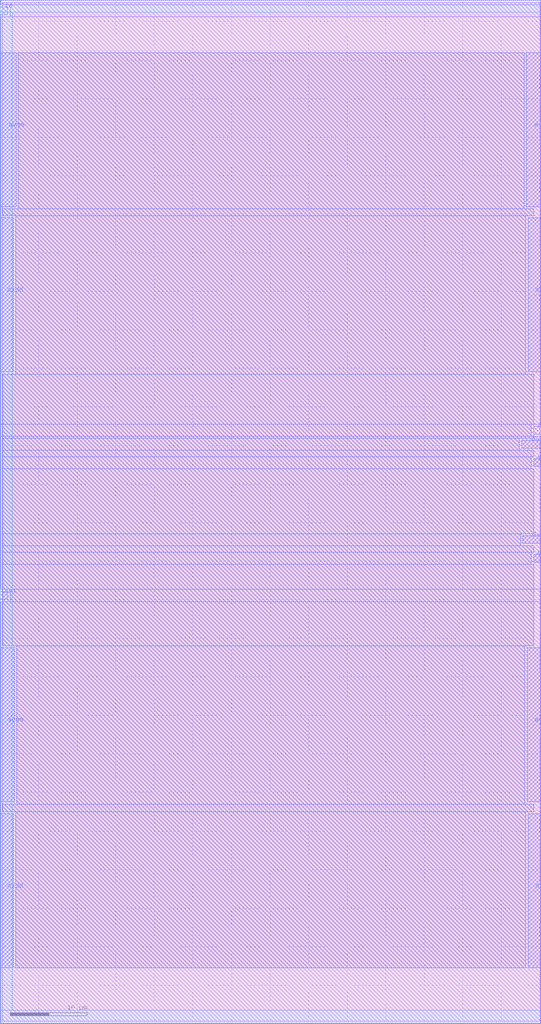
<source format=lef>
VERSION 5.7 ;
  NOWIREEXTENSIONATPIN ON ;
  DIVIDERCHAR "/" ;
  BUSBITCHARS "[]" ;
MACRO sky130_ef_ip__xtal_osc_32k
  CLASS BLOCK ;
  FOREIGN sky130_ef_ip__xtal_osc_32k ;
  ORIGIN 0.000 0.000 ;
  SIZE 70.170 BY 132.790 ;
  PIN in
    ANTENNAGATEAREA 0.420000 ;
    ANTENNADIFFAREA 0.526800 ;
    PORT
      LAYER met1 ;
        RECT 0.000 130.895 1.000 131.895 ;
    END
  END in
  PIN out
    PORT
      LAYER met1 ;
        RECT 0.000 55.045 1.000 56.045 ;
    END
  END out
  PIN dout
    PORT
      LAYER met1 ;
        RECT 69.170 76.485 70.170 77.485 ;
    END
  END dout
  PIN avdd
    ANTENNADIFFAREA 200.228592 ;
    PORT
      LAYER met2 ;
        RECT 68.460 7.240 70.170 27.240 ;
    END
    PORT
      LAYER met2 ;
        RECT 0.000 7.240 1.710 27.240 ;
    END
    PORT
      LAYER met2 ;
        RECT 68.460 84.540 70.170 104.540 ;
    END
    PORT
      LAYER met2 ;
        RECT 0.000 84.540 1.710 104.540 ;
    END
  END avdd
  PIN avss
    ANTENNADIFFAREA 167.107590 ;
    PORT
      LAYER met2 ;
        RECT 68.240 105.965 70.170 125.965 ;
    END
    PORT
      LAYER met2 ;
        RECT 0.000 105.965 2.075 125.965 ;
    END
    PORT
      LAYER met2 ;
        RECT 68.330 28.780 70.170 48.780 ;
    END
    PORT
      LAYER met2 ;
        RECT 0.000 28.780 1.840 48.780 ;
    END
  END avss
  PIN dvss
    ANTENNADIFFAREA 15.428800 ;
    PORT
      LAYER met2 ;
        RECT 67.610 74.670 70.170 75.670 ;
    END
  END dvss
  PIN dvdd
    ANTENNADIFFAREA 4.959600 ;
    PORT
      LAYER met2 ;
        RECT 67.760 62.295 70.170 63.295 ;
    END
  END dvdd
  PIN ena
    ANTENNAGATEAREA 0.585000 ;
    ANTENNADIFFAREA 0.202500 ;
    PORT
      LAYER met2 ;
        RECT 69.170 72.285 70.170 73.285 ;
    END
  END ena
  PIN boost
    ANTENNAGATEAREA 0.510000 ;
    ANTENNADIFFAREA 0.202500 ;
    PORT
      LAYER met2 ;
        RECT 69.170 59.870 70.170 60.870 ;
    END
  END boost
  OBS
      LAYER nwell ;
        RECT 0.000 131.210 70.170 132.790 ;
        RECT 0.000 1.730 1.580 131.210 ;
        RECT 0.000 0.000 70.170 1.730 ;
      LAYER li1 ;
        RECT 0.285 0.340 70.040 132.460 ;
      LAYER met1 ;
        RECT 0.070 132.175 70.135 132.720 ;
        RECT 1.280 130.615 70.135 132.175 ;
        RECT 0.070 77.765 70.135 130.615 ;
        RECT 0.070 76.205 68.890 77.765 ;
        RECT 0.070 56.325 70.135 76.205 ;
        RECT 1.280 54.765 70.135 56.325 ;
        RECT 0.070 0.080 70.135 54.765 ;
      LAYER met2 ;
        RECT 2.355 105.685 67.960 125.970 ;
        RECT 0.335 104.820 69.170 105.685 ;
        RECT 1.990 84.260 68.180 104.820 ;
        RECT 0.335 75.950 69.170 84.260 ;
        RECT 0.335 74.390 67.330 75.950 ;
        RECT 0.335 73.565 69.170 74.390 ;
        RECT 0.335 72.005 68.890 73.565 ;
        RECT 0.335 63.575 69.170 72.005 ;
        RECT 0.335 62.015 67.480 63.575 ;
        RECT 0.335 61.150 69.170 62.015 ;
        RECT 0.335 59.590 68.890 61.150 ;
        RECT 0.335 49.060 69.170 59.590 ;
        RECT 2.120 28.500 68.050 49.060 ;
        RECT 0.335 27.520 69.170 28.500 ;
        RECT 1.990 7.240 68.180 27.520 ;
  END
END sky130_ef_ip__xtal_osc_32k
END LIBRARY


</source>
